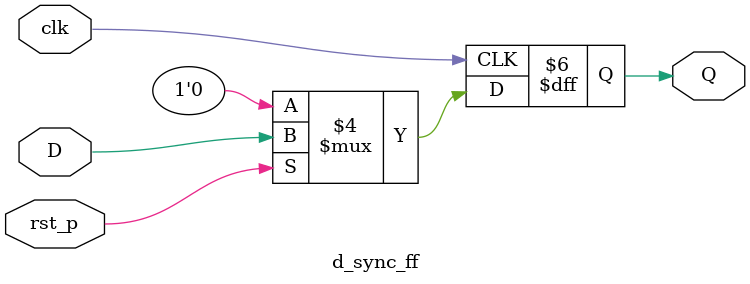
<source format=v>
`timescale 1ns / 1ps


module d_sync_ff(
    input clk,
    input rst_p,
    input D,
    output reg Q
    );
    always @(posedge clk) begin
        if (!rst_p) Q <= 1'b0;
        else Q <= D;
    end
endmodule

</source>
